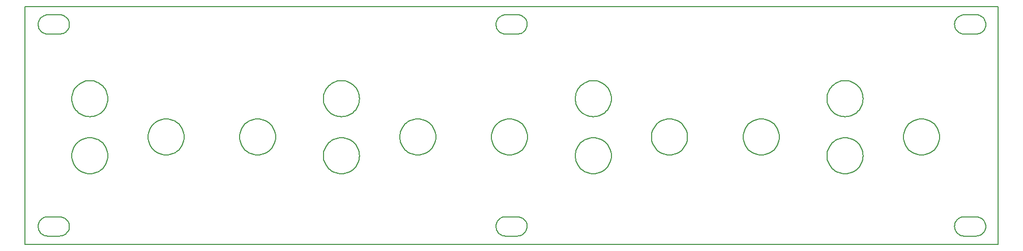
<source format=gbr>
%TF.GenerationSoftware,KiCad,Pcbnew,(6.0.4)*%
%TF.CreationDate,2022-05-24T13:19:14+01:00*%
%TF.ProjectId,1u-mixer,31752d6d-6978-4657-922e-6b696361645f,rev?*%
%TF.SameCoordinates,Original*%
%TF.FileFunction,Profile,NP*%
%FSLAX46Y46*%
G04 Gerber Fmt 4.6, Leading zero omitted, Abs format (unit mm)*
G04 Created by KiCad (PCBNEW (6.0.4)) date 2022-05-24 13:19:14*
%MOMM*%
%LPD*%
G01*
G04 APERTURE LIST*
%ADD10C,0.200000*%
%TA.AperFunction,Profile*%
%ADD11C,0.200000*%
%TD*%
G04 APERTURE END LIST*
D10*
X64035600Y-28561000D02*
X66035600Y-28561000D01*
X64035600Y-25361000D02*
X66035600Y-25361000D01*
X62435600Y-26961000D02*
X62454036Y-26717325D01*
X62507537Y-26485192D01*
X62593386Y-26267314D01*
X62708869Y-26066405D01*
X62851270Y-25885178D01*
X63017874Y-25726347D01*
X63205966Y-25592627D01*
X63412831Y-25486729D01*
X63635753Y-25411369D01*
X63872018Y-25369260D01*
X64035600Y-25361000D01*
X64035600Y-28561000D02*
X63791948Y-28542565D01*
X63559829Y-28489070D01*
X63341958Y-28403230D01*
X63141049Y-28287756D01*
X62959818Y-28145364D01*
X62800980Y-27978767D01*
X62667250Y-27790677D01*
X62561343Y-27583810D01*
X62485975Y-27360879D01*
X62443861Y-27124598D01*
X62435600Y-26961000D01*
X67635600Y-26961000D02*
X67617163Y-27204674D01*
X67563662Y-27436807D01*
X67477813Y-27654685D01*
X67362330Y-27855594D01*
X67219929Y-28036821D01*
X67053325Y-28195652D01*
X66865233Y-28329372D01*
X66658368Y-28435270D01*
X66435446Y-28510630D01*
X66199181Y-28552739D01*
X66035600Y-28561000D01*
X66035600Y-25361000D02*
X66279251Y-25379434D01*
X66511370Y-25432929D01*
X66729241Y-25518769D01*
X66930150Y-25634243D01*
X67111381Y-25776635D01*
X67270219Y-25943232D01*
X67403949Y-26131322D01*
X67509856Y-26338189D01*
X67585224Y-26561120D01*
X67627338Y-26797401D01*
X67635600Y-26961000D01*
X64035600Y-28561000D02*
X66035600Y-28561000D01*
X64035600Y-25361000D02*
X66035600Y-25361000D01*
X62435600Y-26961000D02*
X62454036Y-26717325D01*
X62507537Y-26485192D01*
X62593386Y-26267314D01*
X62708869Y-26066405D01*
X62851270Y-25885178D01*
X63017874Y-25726347D01*
X63205966Y-25592627D01*
X63412831Y-25486729D01*
X63635753Y-25411369D01*
X63872018Y-25369260D01*
X64035600Y-25361000D01*
X64035600Y-28561000D02*
X63791948Y-28542565D01*
X63559829Y-28489070D01*
X63341958Y-28403230D01*
X63141049Y-28287756D01*
X62959818Y-28145364D01*
X62800980Y-27978767D01*
X62667250Y-27790677D01*
X62561343Y-27583810D01*
X62485975Y-27360879D01*
X62443861Y-27124598D01*
X62435600Y-26961000D01*
X67635600Y-26961000D02*
X67617163Y-27204674D01*
X67563662Y-27436807D01*
X67477813Y-27654685D01*
X67362330Y-27855594D01*
X67219929Y-28036821D01*
X67053325Y-28195652D01*
X66865233Y-28329372D01*
X66658368Y-28435270D01*
X66435446Y-28510630D01*
X66199181Y-28552739D01*
X66035600Y-28561000D01*
X66035600Y-25361000D02*
X66279251Y-25379434D01*
X66511370Y-25432929D01*
X66729241Y-25518769D01*
X66930150Y-25634243D01*
X67111381Y-25776635D01*
X67270219Y-25943232D01*
X67403949Y-26131322D01*
X67509856Y-26338189D01*
X67585224Y-26561120D01*
X67627338Y-26797401D01*
X67635600Y-26961000D01*
X64035600Y-62211000D02*
X66035600Y-62211000D01*
X64035600Y-59011000D02*
X66035600Y-59011000D01*
X62435600Y-60611000D02*
X62454036Y-60367325D01*
X62507537Y-60135192D01*
X62593386Y-59917314D01*
X62708869Y-59716405D01*
X62851270Y-59535178D01*
X63017874Y-59376347D01*
X63205966Y-59242627D01*
X63412831Y-59136729D01*
X63635753Y-59061369D01*
X63872018Y-59019260D01*
X64035600Y-59011000D01*
X64035600Y-62211000D02*
X63791948Y-62192565D01*
X63559829Y-62139070D01*
X63341958Y-62053230D01*
X63141049Y-61937756D01*
X62959818Y-61795364D01*
X62800980Y-61628767D01*
X62667250Y-61440677D01*
X62561343Y-61233810D01*
X62485975Y-61010879D01*
X62443861Y-60774598D01*
X62435600Y-60611000D01*
X67635600Y-60611000D02*
X67617163Y-60854674D01*
X67563662Y-61086807D01*
X67477813Y-61304685D01*
X67362330Y-61505594D01*
X67219929Y-61686821D01*
X67053325Y-61845652D01*
X66865233Y-61979372D01*
X66658368Y-62085270D01*
X66435446Y-62160630D01*
X66199181Y-62202739D01*
X66035600Y-62211000D01*
X66035600Y-59011000D02*
X66279251Y-59029434D01*
X66511370Y-59082929D01*
X66729241Y-59168769D01*
X66930150Y-59284243D01*
X67111381Y-59426635D01*
X67270219Y-59593232D01*
X67403949Y-59781322D01*
X67509856Y-59988189D01*
X67585224Y-60211120D01*
X67627338Y-60447401D01*
X67635600Y-60611000D01*
X64035600Y-62211000D02*
X66035600Y-62211000D01*
X64035600Y-59011000D02*
X66035600Y-59011000D01*
X62435600Y-60611000D02*
X62454036Y-60367325D01*
X62507537Y-60135192D01*
X62593386Y-59917314D01*
X62708869Y-59716405D01*
X62851270Y-59535178D01*
X63017874Y-59376347D01*
X63205966Y-59242627D01*
X63412831Y-59136729D01*
X63635753Y-59061369D01*
X63872018Y-59019260D01*
X64035600Y-59011000D01*
X64035600Y-62211000D02*
X63791948Y-62192565D01*
X63559829Y-62139070D01*
X63341958Y-62053230D01*
X63141049Y-61937756D01*
X62959818Y-61795364D01*
X62800980Y-61628767D01*
X62667250Y-61440677D01*
X62561343Y-61233810D01*
X62485975Y-61010879D01*
X62443861Y-60774598D01*
X62435600Y-60611000D01*
X67635600Y-60611000D02*
X67617163Y-60854674D01*
X67563662Y-61086807D01*
X67477813Y-61304685D01*
X67362330Y-61505594D01*
X67219929Y-61686821D01*
X67053325Y-61845652D01*
X66865233Y-61979372D01*
X66658368Y-62085270D01*
X66435446Y-62160630D01*
X66199181Y-62202739D01*
X66035600Y-62211000D01*
X66035600Y-59011000D02*
X66279251Y-59029434D01*
X66511370Y-59082929D01*
X66729241Y-59168769D01*
X66930150Y-59284243D01*
X67111381Y-59426635D01*
X67270219Y-59593232D01*
X67403949Y-59781322D01*
X67509856Y-59988189D01*
X67585224Y-60211120D01*
X67627338Y-60447401D01*
X67635600Y-60611000D01*
X140231600Y-28561000D02*
X142231600Y-28561000D01*
X140231600Y-25361000D02*
X142231600Y-25361000D01*
X138631600Y-26961000D02*
X138650036Y-26717325D01*
X138703537Y-26485192D01*
X138789386Y-26267314D01*
X138904869Y-26066405D01*
X139047270Y-25885178D01*
X139213874Y-25726347D01*
X139401966Y-25592627D01*
X139608831Y-25486729D01*
X139831753Y-25411369D01*
X140068018Y-25369260D01*
X140231600Y-25361000D01*
X140231600Y-28561000D02*
X139987948Y-28542565D01*
X139755829Y-28489070D01*
X139537958Y-28403230D01*
X139337049Y-28287756D01*
X139155818Y-28145364D01*
X138996980Y-27978767D01*
X138863250Y-27790677D01*
X138757343Y-27583810D01*
X138681975Y-27360879D01*
X138639861Y-27124598D01*
X138631600Y-26961000D01*
X143831600Y-26961000D02*
X143813163Y-27204674D01*
X143759662Y-27436807D01*
X143673813Y-27654685D01*
X143558330Y-27855594D01*
X143415929Y-28036821D01*
X143249325Y-28195652D01*
X143061233Y-28329372D01*
X142854368Y-28435270D01*
X142631446Y-28510630D01*
X142395181Y-28552739D01*
X142231600Y-28561000D01*
X142231600Y-25361000D02*
X142475251Y-25379434D01*
X142707370Y-25432929D01*
X142925241Y-25518769D01*
X143126150Y-25634243D01*
X143307381Y-25776635D01*
X143466219Y-25943232D01*
X143599949Y-26131322D01*
X143705856Y-26338189D01*
X143781224Y-26561120D01*
X143823338Y-26797401D01*
X143831600Y-26961000D01*
X140231600Y-28561000D02*
X142231600Y-28561000D01*
X140231600Y-25361000D02*
X142231600Y-25361000D01*
X138631600Y-26961000D02*
X138650036Y-26717325D01*
X138703537Y-26485192D01*
X138789386Y-26267314D01*
X138904869Y-26066405D01*
X139047270Y-25885178D01*
X139213874Y-25726347D01*
X139401966Y-25592627D01*
X139608831Y-25486729D01*
X139831753Y-25411369D01*
X140068018Y-25369260D01*
X140231600Y-25361000D01*
X140231600Y-28561000D02*
X139987948Y-28542565D01*
X139755829Y-28489070D01*
X139537958Y-28403230D01*
X139337049Y-28287756D01*
X139155818Y-28145364D01*
X138996980Y-27978767D01*
X138863250Y-27790677D01*
X138757343Y-27583810D01*
X138681975Y-27360879D01*
X138639861Y-27124598D01*
X138631600Y-26961000D01*
X143831600Y-26961000D02*
X143813163Y-27204674D01*
X143759662Y-27436807D01*
X143673813Y-27654685D01*
X143558330Y-27855594D01*
X143415929Y-28036821D01*
X143249325Y-28195652D01*
X143061233Y-28329372D01*
X142854368Y-28435270D01*
X142631446Y-28510630D01*
X142395181Y-28552739D01*
X142231600Y-28561000D01*
X142231600Y-25361000D02*
X142475251Y-25379434D01*
X142707370Y-25432929D01*
X142925241Y-25518769D01*
X143126150Y-25634243D01*
X143307381Y-25776635D01*
X143466219Y-25943232D01*
X143599949Y-26131322D01*
X143705856Y-26338189D01*
X143781224Y-26561120D01*
X143823338Y-26797401D01*
X143831600Y-26961000D01*
X140231600Y-62211000D02*
X142231600Y-62211000D01*
X140231600Y-59011000D02*
X142231600Y-59011000D01*
X138631600Y-60611000D02*
X138650036Y-60367325D01*
X138703537Y-60135192D01*
X138789386Y-59917314D01*
X138904869Y-59716405D01*
X139047270Y-59535178D01*
X139213874Y-59376347D01*
X139401966Y-59242627D01*
X139608831Y-59136729D01*
X139831753Y-59061369D01*
X140068018Y-59019260D01*
X140231600Y-59011000D01*
X140231600Y-62211000D02*
X139987948Y-62192565D01*
X139755829Y-62139070D01*
X139537958Y-62053230D01*
X139337049Y-61937756D01*
X139155818Y-61795364D01*
X138996980Y-61628767D01*
X138863250Y-61440677D01*
X138757343Y-61233810D01*
X138681975Y-61010879D01*
X138639861Y-60774598D01*
X138631600Y-60611000D01*
X143831600Y-60611000D02*
X143813163Y-60854674D01*
X143759662Y-61086807D01*
X143673813Y-61304685D01*
X143558330Y-61505594D01*
X143415929Y-61686821D01*
X143249325Y-61845652D01*
X143061233Y-61979372D01*
X142854368Y-62085270D01*
X142631446Y-62160630D01*
X142395181Y-62202739D01*
X142231600Y-62211000D01*
X142231600Y-59011000D02*
X142475251Y-59029434D01*
X142707370Y-59082929D01*
X142925241Y-59168769D01*
X143126150Y-59284243D01*
X143307381Y-59426635D01*
X143466219Y-59593232D01*
X143599949Y-59781322D01*
X143705856Y-59988189D01*
X143781224Y-60211120D01*
X143823338Y-60447401D01*
X143831600Y-60611000D01*
X140231600Y-62211000D02*
X142231600Y-62211000D01*
X140231600Y-59011000D02*
X142231600Y-59011000D01*
X138631600Y-60611000D02*
X138650036Y-60367325D01*
X138703537Y-60135192D01*
X138789386Y-59917314D01*
X138904869Y-59716405D01*
X139047270Y-59535178D01*
X139213874Y-59376347D01*
X139401966Y-59242627D01*
X139608831Y-59136729D01*
X139831753Y-59061369D01*
X140068018Y-59019260D01*
X140231600Y-59011000D01*
X140231600Y-62211000D02*
X139987948Y-62192565D01*
X139755829Y-62139070D01*
X139537958Y-62053230D01*
X139337049Y-61937756D01*
X139155818Y-61795364D01*
X138996980Y-61628767D01*
X138863250Y-61440677D01*
X138757343Y-61233810D01*
X138681975Y-61010879D01*
X138639861Y-60774598D01*
X138631600Y-60611000D01*
X143831600Y-60611000D02*
X143813163Y-60854674D01*
X143759662Y-61086807D01*
X143673813Y-61304685D01*
X143558330Y-61505594D01*
X143415929Y-61686821D01*
X143249325Y-61845652D01*
X143061233Y-61979372D01*
X142854368Y-62085270D01*
X142631446Y-62160630D01*
X142395181Y-62202739D01*
X142231600Y-62211000D01*
X142231600Y-59011000D02*
X142475251Y-59029434D01*
X142707370Y-59082929D01*
X142925241Y-59168769D01*
X143126150Y-59284243D01*
X143307381Y-59426635D01*
X143466219Y-59593232D01*
X143599949Y-59781322D01*
X143705856Y-59988189D01*
X143781224Y-60211120D01*
X143823338Y-60447401D01*
X143831600Y-60611000D01*
X216562600Y-28561000D02*
X218562600Y-28561000D01*
X216562600Y-25361000D02*
X218562600Y-25361000D01*
X214962600Y-26961000D02*
X214981036Y-26717325D01*
X215034537Y-26485192D01*
X215120386Y-26267314D01*
X215235869Y-26066405D01*
X215378270Y-25885178D01*
X215544874Y-25726347D01*
X215732966Y-25592627D01*
X215939831Y-25486729D01*
X216162753Y-25411369D01*
X216399018Y-25369260D01*
X216562600Y-25361000D01*
X216562600Y-28561000D02*
X216318948Y-28542565D01*
X216086829Y-28489070D01*
X215868958Y-28403230D01*
X215668049Y-28287756D01*
X215486818Y-28145364D01*
X215327980Y-27978767D01*
X215194250Y-27790677D01*
X215088343Y-27583810D01*
X215012975Y-27360879D01*
X214970861Y-27124598D01*
X214962600Y-26961000D01*
X220162600Y-26961000D02*
X220144163Y-27204674D01*
X220090662Y-27436807D01*
X220004813Y-27654685D01*
X219889330Y-27855594D01*
X219746929Y-28036821D01*
X219580325Y-28195652D01*
X219392233Y-28329372D01*
X219185368Y-28435270D01*
X218962446Y-28510630D01*
X218726181Y-28552739D01*
X218562600Y-28561000D01*
X218562600Y-25361000D02*
X218806251Y-25379434D01*
X219038370Y-25432929D01*
X219256241Y-25518769D01*
X219457150Y-25634243D01*
X219638381Y-25776635D01*
X219797219Y-25943232D01*
X219930949Y-26131322D01*
X220036856Y-26338189D01*
X220112224Y-26561120D01*
X220154338Y-26797401D01*
X220162600Y-26961000D01*
X216562600Y-28561000D02*
X218562600Y-28561000D01*
X216562600Y-25361000D02*
X218562600Y-25361000D01*
X214962600Y-26961000D02*
X214981036Y-26717325D01*
X215034537Y-26485192D01*
X215120386Y-26267314D01*
X215235869Y-26066405D01*
X215378270Y-25885178D01*
X215544874Y-25726347D01*
X215732966Y-25592627D01*
X215939831Y-25486729D01*
X216162753Y-25411369D01*
X216399018Y-25369260D01*
X216562600Y-25361000D01*
X216562600Y-28561000D02*
X216318948Y-28542565D01*
X216086829Y-28489070D01*
X215868958Y-28403230D01*
X215668049Y-28287756D01*
X215486818Y-28145364D01*
X215327980Y-27978767D01*
X215194250Y-27790677D01*
X215088343Y-27583810D01*
X215012975Y-27360879D01*
X214970861Y-27124598D01*
X214962600Y-26961000D01*
X220162600Y-26961000D02*
X220144163Y-27204674D01*
X220090662Y-27436807D01*
X220004813Y-27654685D01*
X219889330Y-27855594D01*
X219746929Y-28036821D01*
X219580325Y-28195652D01*
X219392233Y-28329372D01*
X219185368Y-28435270D01*
X218962446Y-28510630D01*
X218726181Y-28552739D01*
X218562600Y-28561000D01*
X218562600Y-25361000D02*
X218806251Y-25379434D01*
X219038370Y-25432929D01*
X219256241Y-25518769D01*
X219457150Y-25634243D01*
X219638381Y-25776635D01*
X219797219Y-25943232D01*
X219930949Y-26131322D01*
X220036856Y-26338189D01*
X220112224Y-26561120D01*
X220154338Y-26797401D01*
X220162600Y-26961000D01*
X216562600Y-62211000D02*
X218562600Y-62211000D01*
X216562600Y-59011000D02*
X218562600Y-59011000D01*
X214962600Y-60611000D02*
X214981036Y-60367325D01*
X215034537Y-60135192D01*
X215120386Y-59917314D01*
X215235869Y-59716405D01*
X215378270Y-59535178D01*
X215544874Y-59376347D01*
X215732966Y-59242627D01*
X215939831Y-59136729D01*
X216162753Y-59061369D01*
X216399018Y-59019260D01*
X216562600Y-59011000D01*
X216562600Y-62211000D02*
X216318948Y-62192565D01*
X216086829Y-62139070D01*
X215868958Y-62053230D01*
X215668049Y-61937756D01*
X215486818Y-61795364D01*
X215327980Y-61628767D01*
X215194250Y-61440677D01*
X215088343Y-61233810D01*
X215012975Y-61010879D01*
X214970861Y-60774598D01*
X214962600Y-60611000D01*
X220162600Y-60611000D02*
X220144163Y-60854674D01*
X220090662Y-61086807D01*
X220004813Y-61304685D01*
X219889330Y-61505594D01*
X219746929Y-61686821D01*
X219580325Y-61845652D01*
X219392233Y-61979372D01*
X219185368Y-62085270D01*
X218962446Y-62160630D01*
X218726181Y-62202739D01*
X218562600Y-62211000D01*
X218562600Y-59011000D02*
X218806251Y-59029434D01*
X219038370Y-59082929D01*
X219256241Y-59168769D01*
X219457150Y-59284243D01*
X219638381Y-59426635D01*
X219797219Y-59593232D01*
X219930949Y-59781322D01*
X220036856Y-59988189D01*
X220112224Y-60211120D01*
X220154338Y-60447401D01*
X220162600Y-60611000D01*
X216562600Y-62211000D02*
X218562600Y-62211000D01*
X216562600Y-59011000D02*
X218562600Y-59011000D01*
X214962600Y-60611000D02*
X214981036Y-60367325D01*
X215034537Y-60135192D01*
X215120386Y-59917314D01*
X215235869Y-59716405D01*
X215378270Y-59535178D01*
X215544874Y-59376347D01*
X215732966Y-59242627D01*
X215939831Y-59136729D01*
X216162753Y-59061369D01*
X216399018Y-59019260D01*
X216562600Y-59011000D01*
X216562600Y-62211000D02*
X216318948Y-62192565D01*
X216086829Y-62139070D01*
X215868958Y-62053230D01*
X215668049Y-61937756D01*
X215486818Y-61795364D01*
X215327980Y-61628767D01*
X215194250Y-61440677D01*
X215088343Y-61233810D01*
X215012975Y-61010879D01*
X214970861Y-60774598D01*
X214962600Y-60611000D01*
X220162600Y-60611000D02*
X220144163Y-60854674D01*
X220090662Y-61086807D01*
X220004813Y-61304685D01*
X219889330Y-61505594D01*
X219746929Y-61686821D01*
X219580325Y-61845652D01*
X219392233Y-61979372D01*
X219185368Y-62085270D01*
X218962446Y-62160630D01*
X218726181Y-62202739D01*
X218562600Y-62211000D01*
X218562600Y-59011000D02*
X218806251Y-59029434D01*
X219038370Y-59082929D01*
X219256241Y-59168769D01*
X219457150Y-59284243D01*
X219638381Y-59426635D01*
X219797219Y-59593232D01*
X219930949Y-59781322D01*
X220036856Y-59988189D01*
X220112224Y-60211120D01*
X220154338Y-60447401D01*
X220162600Y-60611000D01*
X206467200Y-45700000D02*
X206482688Y-45393276D01*
X206528147Y-45095410D01*
X206602070Y-44807911D01*
X206702948Y-44532287D01*
X206829274Y-44270045D01*
X206979540Y-44022695D01*
X207152239Y-43791743D01*
X207345862Y-43578700D01*
X207558902Y-43385071D01*
X207789851Y-43212367D01*
X208037201Y-43062094D01*
X208299445Y-42935762D01*
X208575074Y-42834878D01*
X208862582Y-42760951D01*
X209160459Y-42715489D01*
X209467200Y-42700000D01*
X209467200Y-48700000D02*
X209160459Y-48684510D01*
X208862582Y-48639048D01*
X208575074Y-48565121D01*
X208299445Y-48464237D01*
X208037201Y-48337905D01*
X207789851Y-48187632D01*
X207558902Y-48014928D01*
X207345862Y-47821300D01*
X207152239Y-47608256D01*
X206979540Y-47377304D01*
X206829274Y-47129954D01*
X206702948Y-46867712D01*
X206602070Y-46592088D01*
X206528147Y-46304589D01*
X206482688Y-46006723D01*
X206467200Y-45700000D01*
X212467200Y-45700000D02*
X212451711Y-46006723D01*
X212406252Y-46304589D01*
X212332329Y-46592088D01*
X212231451Y-46867712D01*
X212105125Y-47129954D01*
X211954859Y-47377304D01*
X211782160Y-47608256D01*
X211588537Y-47821300D01*
X211375497Y-48014928D01*
X211144548Y-48187632D01*
X210897198Y-48337905D01*
X210634954Y-48464237D01*
X210359325Y-48565121D01*
X210071817Y-48639048D01*
X209773940Y-48684510D01*
X209467200Y-48700000D01*
X209467200Y-42700000D02*
X209773940Y-42715489D01*
X210071817Y-42760951D01*
X210359325Y-42834878D01*
X210634954Y-42935762D01*
X210897198Y-43062094D01*
X211144548Y-43212367D01*
X211375497Y-43385071D01*
X211588537Y-43578700D01*
X211782160Y-43791743D01*
X211954859Y-44022695D01*
X212105125Y-44270045D01*
X212231451Y-44532287D01*
X212332329Y-44807911D01*
X212406252Y-45095410D01*
X212451711Y-45393276D01*
X212467200Y-45700000D01*
X179797200Y-45700000D02*
X179812688Y-45393276D01*
X179858147Y-45095410D01*
X179932070Y-44807911D01*
X180032948Y-44532287D01*
X180159274Y-44270045D01*
X180309540Y-44022695D01*
X180482239Y-43791743D01*
X180675862Y-43578700D01*
X180888902Y-43385071D01*
X181119851Y-43212367D01*
X181367201Y-43062094D01*
X181629445Y-42935762D01*
X181905074Y-42834878D01*
X182192582Y-42760951D01*
X182490459Y-42715489D01*
X182797200Y-42700000D01*
X182797200Y-48700000D02*
X182490459Y-48684510D01*
X182192582Y-48639048D01*
X181905074Y-48565121D01*
X181629445Y-48464237D01*
X181367201Y-48337905D01*
X181119851Y-48187632D01*
X180888902Y-48014928D01*
X180675862Y-47821300D01*
X180482239Y-47608256D01*
X180309540Y-47377304D01*
X180159274Y-47129954D01*
X180032948Y-46867712D01*
X179932070Y-46592088D01*
X179858147Y-46304589D01*
X179812688Y-46006723D01*
X179797200Y-45700000D01*
X185797200Y-45700000D02*
X185781711Y-46006723D01*
X185736252Y-46304589D01*
X185662329Y-46592088D01*
X185561451Y-46867712D01*
X185435125Y-47129954D01*
X185284859Y-47377304D01*
X185112160Y-47608256D01*
X184918537Y-47821300D01*
X184705497Y-48014928D01*
X184474548Y-48187632D01*
X184227198Y-48337905D01*
X183964954Y-48464237D01*
X183689325Y-48565121D01*
X183401817Y-48639048D01*
X183103940Y-48684510D01*
X182797200Y-48700000D01*
X182797200Y-42700000D02*
X183103940Y-42715489D01*
X183401817Y-42760951D01*
X183689325Y-42834878D01*
X183964954Y-42935762D01*
X184227198Y-43062094D01*
X184474548Y-43212367D01*
X184705497Y-43385071D01*
X184918537Y-43578700D01*
X185112160Y-43791743D01*
X185284859Y-44022695D01*
X185435125Y-44270045D01*
X185561451Y-44532287D01*
X185662329Y-44807911D01*
X185736252Y-45095410D01*
X185781711Y-45393276D01*
X185797200Y-45700000D01*
X164513000Y-45700000D02*
X164528488Y-45393276D01*
X164573947Y-45095410D01*
X164647870Y-44807911D01*
X164748748Y-44532287D01*
X164875074Y-44270045D01*
X165025340Y-44022695D01*
X165198039Y-43791743D01*
X165391662Y-43578700D01*
X165604702Y-43385071D01*
X165835651Y-43212367D01*
X166083001Y-43062094D01*
X166345245Y-42935762D01*
X166620874Y-42834878D01*
X166908382Y-42760951D01*
X167206259Y-42715489D01*
X167513000Y-42700000D01*
X167513000Y-48700000D02*
X167206259Y-48684510D01*
X166908382Y-48639048D01*
X166620874Y-48565121D01*
X166345245Y-48464237D01*
X166083001Y-48337905D01*
X165835651Y-48187632D01*
X165604702Y-48014928D01*
X165391662Y-47821300D01*
X165198039Y-47608256D01*
X165025340Y-47377304D01*
X164875074Y-47129954D01*
X164748748Y-46867712D01*
X164647870Y-46592088D01*
X164573947Y-46304589D01*
X164528488Y-46006723D01*
X164513000Y-45700000D01*
X170513000Y-45700000D02*
X170497511Y-46006723D01*
X170452052Y-46304589D01*
X170378129Y-46592088D01*
X170277251Y-46867712D01*
X170150925Y-47129954D01*
X170000659Y-47377304D01*
X169827960Y-47608256D01*
X169634337Y-47821300D01*
X169421297Y-48014928D01*
X169190348Y-48187632D01*
X168942998Y-48337905D01*
X168680754Y-48464237D01*
X168405125Y-48565121D01*
X168117617Y-48639048D01*
X167819740Y-48684510D01*
X167513000Y-48700000D01*
X167513000Y-42700000D02*
X167819740Y-42715489D01*
X168117617Y-42760951D01*
X168405125Y-42834878D01*
X168680754Y-42935762D01*
X168942998Y-43062094D01*
X169190348Y-43212367D01*
X169421297Y-43385071D01*
X169634337Y-43578700D01*
X169827960Y-43791743D01*
X170000659Y-44022695D01*
X170150925Y-44270045D01*
X170277251Y-44532287D01*
X170378129Y-44807911D01*
X170452052Y-45095410D01*
X170497511Y-45393276D01*
X170513000Y-45700000D01*
X137890000Y-45700000D02*
X137905488Y-45393276D01*
X137950947Y-45095410D01*
X138024870Y-44807911D01*
X138125748Y-44532287D01*
X138252074Y-44270045D01*
X138402340Y-44022695D01*
X138575039Y-43791743D01*
X138768662Y-43578700D01*
X138981702Y-43385071D01*
X139212651Y-43212367D01*
X139460001Y-43062094D01*
X139722245Y-42935762D01*
X139997874Y-42834878D01*
X140285382Y-42760951D01*
X140583259Y-42715489D01*
X140890000Y-42700000D01*
X140890000Y-48700000D02*
X140583259Y-48684510D01*
X140285382Y-48639048D01*
X139997874Y-48565121D01*
X139722245Y-48464237D01*
X139460001Y-48337905D01*
X139212651Y-48187632D01*
X138981702Y-48014928D01*
X138768662Y-47821300D01*
X138575039Y-47608256D01*
X138402340Y-47377304D01*
X138252074Y-47129954D01*
X138125748Y-46867712D01*
X138024870Y-46592088D01*
X137950947Y-46304589D01*
X137905488Y-46006723D01*
X137890000Y-45700000D01*
X143890000Y-45700000D02*
X143874511Y-46006723D01*
X143829052Y-46304589D01*
X143755129Y-46592088D01*
X143654251Y-46867712D01*
X143527925Y-47129954D01*
X143377659Y-47377304D01*
X143204960Y-47608256D01*
X143011337Y-47821300D01*
X142798297Y-48014928D01*
X142567348Y-48187632D01*
X142319998Y-48337905D01*
X142057754Y-48464237D01*
X141782125Y-48565121D01*
X141494617Y-48639048D01*
X141196740Y-48684510D01*
X140890000Y-48700000D01*
X140890000Y-42700000D02*
X141196740Y-42715489D01*
X141494617Y-42760951D01*
X141782125Y-42834878D01*
X142057754Y-42935762D01*
X142319998Y-43062094D01*
X142567348Y-43212367D01*
X142798297Y-43385071D01*
X143011337Y-43578700D01*
X143204960Y-43791743D01*
X143377659Y-44022695D01*
X143527925Y-44270045D01*
X143654251Y-44532287D01*
X143755129Y-44807911D01*
X143829052Y-45095410D01*
X143874511Y-45393276D01*
X143890000Y-45700000D01*
X122623500Y-45700000D02*
X122638988Y-45393276D01*
X122684447Y-45095410D01*
X122758370Y-44807911D01*
X122859248Y-44532287D01*
X122985574Y-44270045D01*
X123135840Y-44022695D01*
X123308539Y-43791743D01*
X123502162Y-43578700D01*
X123715202Y-43385071D01*
X123946151Y-43212367D01*
X124193501Y-43062094D01*
X124455745Y-42935762D01*
X124731374Y-42834878D01*
X125018882Y-42760951D01*
X125316759Y-42715489D01*
X125623500Y-42700000D01*
X125623500Y-48700000D02*
X125316759Y-48684510D01*
X125018882Y-48639048D01*
X124731374Y-48565121D01*
X124455745Y-48464237D01*
X124193501Y-48337905D01*
X123946151Y-48187632D01*
X123715202Y-48014928D01*
X123502162Y-47821300D01*
X123308539Y-47608256D01*
X123135840Y-47377304D01*
X122985574Y-47129954D01*
X122859248Y-46867712D01*
X122758370Y-46592088D01*
X122684447Y-46304589D01*
X122638988Y-46006723D01*
X122623500Y-45700000D01*
X128623500Y-45700000D02*
X128608011Y-46006723D01*
X128562552Y-46304589D01*
X128488629Y-46592088D01*
X128387751Y-46867712D01*
X128261425Y-47129954D01*
X128111159Y-47377304D01*
X127938460Y-47608256D01*
X127744837Y-47821300D01*
X127531797Y-48014928D01*
X127300848Y-48187632D01*
X127053498Y-48337905D01*
X126791254Y-48464237D01*
X126515625Y-48565121D01*
X126228117Y-48639048D01*
X125930240Y-48684510D01*
X125623500Y-48700000D01*
X125623500Y-42700000D02*
X125930240Y-42715489D01*
X126228117Y-42760951D01*
X126515625Y-42834878D01*
X126791254Y-42935762D01*
X127053498Y-43062094D01*
X127300848Y-43212367D01*
X127531797Y-43385071D01*
X127744837Y-43578700D01*
X127938460Y-43791743D01*
X128111159Y-44022695D01*
X128261425Y-44270045D01*
X128387751Y-44532287D01*
X128488629Y-44807911D01*
X128562552Y-45095410D01*
X128608011Y-45393276D01*
X128623500Y-45700000D01*
X95959200Y-45700000D02*
X95974688Y-45393276D01*
X96020147Y-45095410D01*
X96094070Y-44807911D01*
X96194948Y-44532287D01*
X96321274Y-44270045D01*
X96471540Y-44022695D01*
X96644239Y-43791743D01*
X96837862Y-43578700D01*
X97050902Y-43385071D01*
X97281851Y-43212367D01*
X97529201Y-43062094D01*
X97791445Y-42935762D01*
X98067074Y-42834878D01*
X98354582Y-42760951D01*
X98652459Y-42715489D01*
X98959200Y-42700000D01*
X98959200Y-48700000D02*
X98652459Y-48684510D01*
X98354582Y-48639048D01*
X98067074Y-48565121D01*
X97791445Y-48464237D01*
X97529201Y-48337905D01*
X97281851Y-48187632D01*
X97050902Y-48014928D01*
X96837862Y-47821300D01*
X96644239Y-47608256D01*
X96471540Y-47377304D01*
X96321274Y-47129954D01*
X96194948Y-46867712D01*
X96094070Y-46592088D01*
X96020147Y-46304589D01*
X95974688Y-46006723D01*
X95959200Y-45700000D01*
X101959200Y-45700000D02*
X101943711Y-46006723D01*
X101898252Y-46304589D01*
X101824329Y-46592088D01*
X101723451Y-46867712D01*
X101597125Y-47129954D01*
X101446859Y-47377304D01*
X101274160Y-47608256D01*
X101080537Y-47821300D01*
X100867497Y-48014928D01*
X100636548Y-48187632D01*
X100389198Y-48337905D01*
X100126954Y-48464237D01*
X99851325Y-48565121D01*
X99563817Y-48639048D01*
X99265940Y-48684510D01*
X98959200Y-48700000D01*
X98959200Y-42700000D02*
X99265940Y-42715489D01*
X99563817Y-42760951D01*
X99851325Y-42834878D01*
X100126954Y-42935762D01*
X100389198Y-43062094D01*
X100636548Y-43212367D01*
X100867497Y-43385071D01*
X101080537Y-43578700D01*
X101274160Y-43791743D01*
X101446859Y-44022695D01*
X101597125Y-44270045D01*
X101723451Y-44532287D01*
X101824329Y-44807911D01*
X101898252Y-45095410D01*
X101943711Y-45393276D01*
X101959200Y-45700000D01*
X80742600Y-45700000D02*
X80758088Y-45393276D01*
X80803547Y-45095410D01*
X80877470Y-44807911D01*
X80978348Y-44532287D01*
X81104674Y-44270045D01*
X81254940Y-44022695D01*
X81427639Y-43791743D01*
X81621262Y-43578700D01*
X81834302Y-43385071D01*
X82065251Y-43212367D01*
X82312601Y-43062094D01*
X82574845Y-42935762D01*
X82850474Y-42834878D01*
X83137982Y-42760951D01*
X83435859Y-42715489D01*
X83742600Y-42700000D01*
X83742600Y-48700000D02*
X83435859Y-48684510D01*
X83137982Y-48639048D01*
X82850474Y-48565121D01*
X82574845Y-48464237D01*
X82312601Y-48337905D01*
X82065251Y-48187632D01*
X81834302Y-48014928D01*
X81621262Y-47821300D01*
X81427639Y-47608256D01*
X81254940Y-47377304D01*
X81104674Y-47129954D01*
X80978348Y-46867712D01*
X80877470Y-46592088D01*
X80803547Y-46304589D01*
X80758088Y-46006723D01*
X80742600Y-45700000D01*
X86742600Y-45700000D02*
X86727111Y-46006723D01*
X86681652Y-46304589D01*
X86607729Y-46592088D01*
X86506851Y-46867712D01*
X86380525Y-47129954D01*
X86230259Y-47377304D01*
X86057560Y-47608256D01*
X85863937Y-47821300D01*
X85650897Y-48014928D01*
X85419948Y-48187632D01*
X85172598Y-48337905D01*
X84910354Y-48464237D01*
X84634725Y-48565121D01*
X84347217Y-48639048D01*
X84049340Y-48684510D01*
X83742600Y-48700000D01*
X83742600Y-42700000D02*
X84049340Y-42715489D01*
X84347217Y-42760951D01*
X84634725Y-42834878D01*
X84910354Y-42935762D01*
X85172598Y-43062094D01*
X85419948Y-43212367D01*
X85650897Y-43385071D01*
X85863937Y-43578700D01*
X86057560Y-43791743D01*
X86230259Y-44022695D01*
X86380525Y-44270045D01*
X86506851Y-44532287D01*
X86607729Y-44807911D01*
X86681652Y-45095410D01*
X86727111Y-45393276D01*
X86742600Y-45700000D01*
X193735700Y-48834000D02*
X193751188Y-48527276D01*
X193796647Y-48229410D01*
X193870570Y-47941911D01*
X193971448Y-47666287D01*
X194097774Y-47404045D01*
X194248040Y-47156695D01*
X194420739Y-46925743D01*
X194614362Y-46712700D01*
X194827402Y-46519071D01*
X195058351Y-46346367D01*
X195305701Y-46196094D01*
X195567945Y-46069762D01*
X195843574Y-45968878D01*
X196131082Y-45894951D01*
X196428959Y-45849489D01*
X196735700Y-45834000D01*
X196735700Y-51834000D02*
X196428959Y-51818510D01*
X196131082Y-51773048D01*
X195843574Y-51699121D01*
X195567945Y-51598237D01*
X195305701Y-51471905D01*
X195058351Y-51321632D01*
X194827402Y-51148928D01*
X194614362Y-50955300D01*
X194420739Y-50742256D01*
X194248040Y-50511304D01*
X194097774Y-50263954D01*
X193971448Y-50001712D01*
X193870570Y-49726088D01*
X193796647Y-49438589D01*
X193751188Y-49140723D01*
X193735700Y-48834000D01*
X199735700Y-48834000D02*
X199720211Y-49140723D01*
X199674752Y-49438589D01*
X199600829Y-49726088D01*
X199499951Y-50001712D01*
X199373625Y-50263954D01*
X199223359Y-50511304D01*
X199050660Y-50742256D01*
X198857037Y-50955300D01*
X198643997Y-51148928D01*
X198413048Y-51321632D01*
X198165698Y-51471905D01*
X197903454Y-51598237D01*
X197627825Y-51699121D01*
X197340317Y-51773048D01*
X197042440Y-51818510D01*
X196735700Y-51834000D01*
X196735700Y-45834000D02*
X197042440Y-45849489D01*
X197340317Y-45894951D01*
X197627825Y-45968878D01*
X197903454Y-46069762D01*
X198165698Y-46196094D01*
X198413048Y-46346367D01*
X198643997Y-46519071D01*
X198857037Y-46712700D01*
X199050660Y-46925743D01*
X199223359Y-47156695D01*
X199373625Y-47404045D01*
X199499951Y-47666287D01*
X199600829Y-47941911D01*
X199674752Y-48229410D01*
X199720211Y-48527276D01*
X199735700Y-48834000D01*
X151837600Y-48834000D02*
X151853088Y-48527276D01*
X151898547Y-48229410D01*
X151972470Y-47941911D01*
X152073348Y-47666287D01*
X152199674Y-47404045D01*
X152349940Y-47156695D01*
X152522639Y-46925743D01*
X152716262Y-46712700D01*
X152929302Y-46519071D01*
X153160251Y-46346367D01*
X153407601Y-46196094D01*
X153669845Y-46069762D01*
X153945474Y-45968878D01*
X154232982Y-45894951D01*
X154530859Y-45849489D01*
X154837600Y-45834000D01*
X154837600Y-51834000D02*
X154530859Y-51818510D01*
X154232982Y-51773048D01*
X153945474Y-51699121D01*
X153669845Y-51598237D01*
X153407601Y-51471905D01*
X153160251Y-51321632D01*
X152929302Y-51148928D01*
X152716262Y-50955300D01*
X152522639Y-50742256D01*
X152349940Y-50511304D01*
X152199674Y-50263954D01*
X152073348Y-50001712D01*
X151972470Y-49726088D01*
X151898547Y-49438589D01*
X151853088Y-49140723D01*
X151837600Y-48834000D01*
X157837600Y-48834000D02*
X157822111Y-49140723D01*
X157776652Y-49438589D01*
X157702729Y-49726088D01*
X157601851Y-50001712D01*
X157475525Y-50263954D01*
X157325259Y-50511304D01*
X157152560Y-50742256D01*
X156958937Y-50955300D01*
X156745897Y-51148928D01*
X156514948Y-51321632D01*
X156267598Y-51471905D01*
X156005354Y-51598237D01*
X155729725Y-51699121D01*
X155442217Y-51773048D01*
X155144340Y-51818510D01*
X154837600Y-51834000D01*
X154837600Y-45834000D02*
X155144340Y-45849489D01*
X155442217Y-45894951D01*
X155729725Y-45968878D01*
X156005354Y-46069762D01*
X156267598Y-46196094D01*
X156514948Y-46346367D01*
X156745897Y-46519071D01*
X156958937Y-46712700D01*
X157152560Y-46925743D01*
X157325259Y-47156695D01*
X157475525Y-47404045D01*
X157601851Y-47666287D01*
X157702729Y-47941911D01*
X157776652Y-48229410D01*
X157822111Y-48527276D01*
X157837600Y-48834000D01*
X109915600Y-48834000D02*
X109931088Y-48527276D01*
X109976547Y-48229410D01*
X110050470Y-47941911D01*
X110151348Y-47666287D01*
X110277674Y-47404045D01*
X110427940Y-47156695D01*
X110600639Y-46925743D01*
X110794262Y-46712700D01*
X111007302Y-46519071D01*
X111238251Y-46346367D01*
X111485601Y-46196094D01*
X111747845Y-46069762D01*
X112023474Y-45968878D01*
X112310982Y-45894951D01*
X112608859Y-45849489D01*
X112915600Y-45834000D01*
X112915600Y-51834000D02*
X112608859Y-51818510D01*
X112310982Y-51773048D01*
X112023474Y-51699121D01*
X111747845Y-51598237D01*
X111485601Y-51471905D01*
X111238251Y-51321632D01*
X111007302Y-51148928D01*
X110794262Y-50955300D01*
X110600639Y-50742256D01*
X110427940Y-50511304D01*
X110277674Y-50263954D01*
X110151348Y-50001712D01*
X110050470Y-49726088D01*
X109976547Y-49438589D01*
X109931088Y-49140723D01*
X109915600Y-48834000D01*
X115915600Y-48834000D02*
X115900111Y-49140723D01*
X115854652Y-49438589D01*
X115780729Y-49726088D01*
X115679851Y-50001712D01*
X115553525Y-50263954D01*
X115403259Y-50511304D01*
X115230560Y-50742256D01*
X115036937Y-50955300D01*
X114823897Y-51148928D01*
X114592948Y-51321632D01*
X114345598Y-51471905D01*
X114083354Y-51598237D01*
X113807725Y-51699121D01*
X113520217Y-51773048D01*
X113222340Y-51818510D01*
X112915600Y-51834000D01*
X112915600Y-45834000D02*
X113222340Y-45849489D01*
X113520217Y-45894951D01*
X113807725Y-45968878D01*
X114083354Y-46069762D01*
X114345598Y-46196094D01*
X114592948Y-46346367D01*
X114823897Y-46519071D01*
X115036937Y-46712700D01*
X115230560Y-46925743D01*
X115403259Y-47156695D01*
X115553525Y-47404045D01*
X115679851Y-47666287D01*
X115780729Y-47941911D01*
X115854652Y-48229410D01*
X115900111Y-48527276D01*
X115915600Y-48834000D01*
X68043900Y-48834000D02*
X68059388Y-48527276D01*
X68104847Y-48229410D01*
X68178770Y-47941911D01*
X68279648Y-47666287D01*
X68405974Y-47404045D01*
X68556240Y-47156695D01*
X68728939Y-46925743D01*
X68922562Y-46712700D01*
X69135602Y-46519071D01*
X69366551Y-46346367D01*
X69613901Y-46196094D01*
X69876145Y-46069762D01*
X70151774Y-45968878D01*
X70439282Y-45894951D01*
X70737159Y-45849489D01*
X71043900Y-45834000D01*
X71043900Y-51834000D02*
X70737159Y-51818510D01*
X70439282Y-51773048D01*
X70151774Y-51699121D01*
X69876145Y-51598237D01*
X69613901Y-51471905D01*
X69366551Y-51321632D01*
X69135602Y-51148928D01*
X68922562Y-50955300D01*
X68728939Y-50742256D01*
X68556240Y-50511304D01*
X68405974Y-50263954D01*
X68279648Y-50001712D01*
X68178770Y-49726088D01*
X68104847Y-49438589D01*
X68059388Y-49140723D01*
X68043900Y-48834000D01*
X74043900Y-48834000D02*
X74028411Y-49140723D01*
X73982952Y-49438589D01*
X73909029Y-49726088D01*
X73808151Y-50001712D01*
X73681825Y-50263954D01*
X73531559Y-50511304D01*
X73358860Y-50742256D01*
X73165237Y-50955300D01*
X72952197Y-51148928D01*
X72721248Y-51321632D01*
X72473898Y-51471905D01*
X72211654Y-51598237D01*
X71936025Y-51699121D01*
X71648517Y-51773048D01*
X71350640Y-51818510D01*
X71043900Y-51834000D01*
X71043900Y-45834000D02*
X71350640Y-45849489D01*
X71648517Y-45894951D01*
X71936025Y-45968878D01*
X72211654Y-46069762D01*
X72473898Y-46196094D01*
X72721248Y-46346367D01*
X72952197Y-46519071D01*
X73165237Y-46712700D01*
X73358860Y-46925743D01*
X73531559Y-47156695D01*
X73681825Y-47404045D01*
X73808151Y-47666287D01*
X73909029Y-47941911D01*
X73982952Y-48229410D01*
X74028411Y-48527276D01*
X74043900Y-48834000D01*
X193735600Y-39324000D02*
X193751088Y-39017276D01*
X193796547Y-38719410D01*
X193870470Y-38431911D01*
X193971348Y-38156287D01*
X194097674Y-37894045D01*
X194247940Y-37646695D01*
X194420639Y-37415743D01*
X194614262Y-37202700D01*
X194827302Y-37009071D01*
X195058251Y-36836367D01*
X195305601Y-36686094D01*
X195567845Y-36559762D01*
X195843474Y-36458878D01*
X196130982Y-36384951D01*
X196428859Y-36339489D01*
X196735600Y-36324000D01*
X196735600Y-42324000D02*
X196428859Y-42308510D01*
X196130982Y-42263048D01*
X195843474Y-42189121D01*
X195567845Y-42088237D01*
X195305601Y-41961905D01*
X195058251Y-41811632D01*
X194827302Y-41638928D01*
X194614262Y-41445300D01*
X194420639Y-41232256D01*
X194247940Y-41001304D01*
X194097674Y-40753954D01*
X193971348Y-40491712D01*
X193870470Y-40216088D01*
X193796547Y-39928589D01*
X193751088Y-39630723D01*
X193735600Y-39324000D01*
X199735600Y-39324000D02*
X199720111Y-39630723D01*
X199674652Y-39928589D01*
X199600729Y-40216088D01*
X199499851Y-40491712D01*
X199373525Y-40753954D01*
X199223259Y-41001304D01*
X199050560Y-41232256D01*
X198856937Y-41445300D01*
X198643897Y-41638928D01*
X198412948Y-41811632D01*
X198165598Y-41961905D01*
X197903354Y-42088237D01*
X197627725Y-42189121D01*
X197340217Y-42263048D01*
X197042340Y-42308510D01*
X196735600Y-42324000D01*
X196735600Y-36324000D02*
X197042340Y-36339489D01*
X197340217Y-36384951D01*
X197627725Y-36458878D01*
X197903354Y-36559762D01*
X198165598Y-36686094D01*
X198412948Y-36836367D01*
X198643897Y-37009071D01*
X198856937Y-37202700D01*
X199050560Y-37415743D01*
X199223259Y-37646695D01*
X199373525Y-37894045D01*
X199499851Y-38156287D01*
X199600729Y-38431911D01*
X199674652Y-38719410D01*
X199720111Y-39017276D01*
X199735600Y-39324000D01*
X151837300Y-39324000D02*
X151852788Y-39017276D01*
X151898247Y-38719410D01*
X151972170Y-38431911D01*
X152073048Y-38156287D01*
X152199374Y-37894045D01*
X152349640Y-37646695D01*
X152522339Y-37415743D01*
X152715962Y-37202700D01*
X152929002Y-37009071D01*
X153159951Y-36836367D01*
X153407301Y-36686094D01*
X153669545Y-36559762D01*
X153945174Y-36458878D01*
X154232682Y-36384951D01*
X154530559Y-36339489D01*
X154837300Y-36324000D01*
X154837300Y-42324000D02*
X154530559Y-42308510D01*
X154232682Y-42263048D01*
X153945174Y-42189121D01*
X153669545Y-42088237D01*
X153407301Y-41961905D01*
X153159951Y-41811632D01*
X152929002Y-41638928D01*
X152715962Y-41445300D01*
X152522339Y-41232256D01*
X152349640Y-41001304D01*
X152199374Y-40753954D01*
X152073048Y-40491712D01*
X151972170Y-40216088D01*
X151898247Y-39928589D01*
X151852788Y-39630723D01*
X151837300Y-39324000D01*
X157837300Y-39324000D02*
X157821811Y-39630723D01*
X157776352Y-39928589D01*
X157702429Y-40216088D01*
X157601551Y-40491712D01*
X157475225Y-40753954D01*
X157324959Y-41001304D01*
X157152260Y-41232256D01*
X156958637Y-41445300D01*
X156745597Y-41638928D01*
X156514648Y-41811632D01*
X156267298Y-41961905D01*
X156005054Y-42088237D01*
X155729425Y-42189121D01*
X155441917Y-42263048D01*
X155144040Y-42308510D01*
X154837300Y-42324000D01*
X154837300Y-36324000D02*
X155144040Y-36339489D01*
X155441917Y-36384951D01*
X155729425Y-36458878D01*
X156005054Y-36559762D01*
X156267298Y-36686094D01*
X156514648Y-36836367D01*
X156745597Y-37009071D01*
X156958637Y-37202700D01*
X157152260Y-37415743D01*
X157324959Y-37646695D01*
X157475225Y-37894045D01*
X157601551Y-38156287D01*
X157702429Y-38431911D01*
X157776352Y-38719410D01*
X157821811Y-39017276D01*
X157837300Y-39324000D01*
X109915600Y-39324000D02*
X109931088Y-39017276D01*
X109976547Y-38719410D01*
X110050470Y-38431911D01*
X110151348Y-38156287D01*
X110277674Y-37894045D01*
X110427940Y-37646695D01*
X110600639Y-37415743D01*
X110794262Y-37202700D01*
X111007302Y-37009071D01*
X111238251Y-36836367D01*
X111485601Y-36686094D01*
X111747845Y-36559762D01*
X112023474Y-36458878D01*
X112310982Y-36384951D01*
X112608859Y-36339489D01*
X112915600Y-36324000D01*
X112915600Y-42324000D02*
X112608859Y-42308510D01*
X112310982Y-42263048D01*
X112023474Y-42189121D01*
X111747845Y-42088237D01*
X111485601Y-41961905D01*
X111238251Y-41811632D01*
X111007302Y-41638928D01*
X110794262Y-41445300D01*
X110600639Y-41232256D01*
X110427940Y-41001304D01*
X110277674Y-40753954D01*
X110151348Y-40491712D01*
X110050470Y-40216088D01*
X109976547Y-39928589D01*
X109931088Y-39630723D01*
X109915600Y-39324000D01*
X115915600Y-39324000D02*
X115900111Y-39630723D01*
X115854652Y-39928589D01*
X115780729Y-40216088D01*
X115679851Y-40491712D01*
X115553525Y-40753954D01*
X115403259Y-41001304D01*
X115230560Y-41232256D01*
X115036937Y-41445300D01*
X114823897Y-41638928D01*
X114592948Y-41811632D01*
X114345598Y-41961905D01*
X114083354Y-42088237D01*
X113807725Y-42189121D01*
X113520217Y-42263048D01*
X113222340Y-42308510D01*
X112915600Y-42324000D01*
X112915600Y-36324000D02*
X113222340Y-36339489D01*
X113520217Y-36384951D01*
X113807725Y-36458878D01*
X114083354Y-36559762D01*
X114345598Y-36686094D01*
X114592948Y-36836367D01*
X114823897Y-37009071D01*
X115036937Y-37202700D01*
X115230560Y-37415743D01*
X115403259Y-37646695D01*
X115553525Y-37894045D01*
X115679851Y-38156287D01*
X115780729Y-38431911D01*
X115854652Y-38719410D01*
X115900111Y-39017276D01*
X115915600Y-39324000D01*
X68043600Y-39323600D02*
X68059088Y-39016876D01*
X68104547Y-38719010D01*
X68178470Y-38431511D01*
X68279348Y-38155887D01*
X68405674Y-37893645D01*
X68555940Y-37646295D01*
X68728639Y-37415343D01*
X68922262Y-37202300D01*
X69135302Y-37008671D01*
X69366251Y-36835967D01*
X69613601Y-36685694D01*
X69875845Y-36559362D01*
X70151474Y-36458478D01*
X70438982Y-36384551D01*
X70736859Y-36339089D01*
X71043600Y-36323600D01*
X71043600Y-42323600D02*
X70736859Y-42308110D01*
X70438982Y-42262648D01*
X70151474Y-42188721D01*
X69875845Y-42087837D01*
X69613601Y-41961505D01*
X69366251Y-41811232D01*
X69135302Y-41638528D01*
X68922262Y-41444900D01*
X68728639Y-41231856D01*
X68555940Y-41000904D01*
X68405674Y-40753554D01*
X68279348Y-40491312D01*
X68178470Y-40215688D01*
X68104547Y-39928189D01*
X68059088Y-39630323D01*
X68043600Y-39323600D01*
X74043600Y-39323600D02*
X74028111Y-39630323D01*
X73982652Y-39928189D01*
X73908729Y-40215688D01*
X73807851Y-40491312D01*
X73681525Y-40753554D01*
X73531259Y-41000904D01*
X73358560Y-41231856D01*
X73164937Y-41444900D01*
X72951897Y-41638528D01*
X72720948Y-41811232D01*
X72473598Y-41961505D01*
X72211354Y-42087837D01*
X71935725Y-42188721D01*
X71648217Y-42262648D01*
X71350340Y-42308110D01*
X71043600Y-42323600D01*
X71043600Y-36323600D02*
X71350340Y-36339089D01*
X71648217Y-36384551D01*
X71935725Y-36458478D01*
X72211354Y-36559362D01*
X72473598Y-36685694D01*
X72720948Y-36835967D01*
X72951897Y-37008671D01*
X73164937Y-37202300D01*
X73358560Y-37415343D01*
X73531259Y-37646295D01*
X73681525Y-37893645D01*
X73807851Y-38155887D01*
X73908729Y-38431511D01*
X73982652Y-38719010D01*
X74028111Y-39016876D01*
X74043600Y-39323600D01*
D11*
X60244600Y-63611000D02*
X60244600Y-63611000D01*
X60244600Y-23961000D02*
X60244600Y-63611000D01*
X222244600Y-23961000D02*
X60244600Y-23961000D01*
X222244600Y-63611000D02*
X222244600Y-23961000D01*
X60244600Y-63611000D02*
X222244600Y-63611000D01*
M02*

</source>
